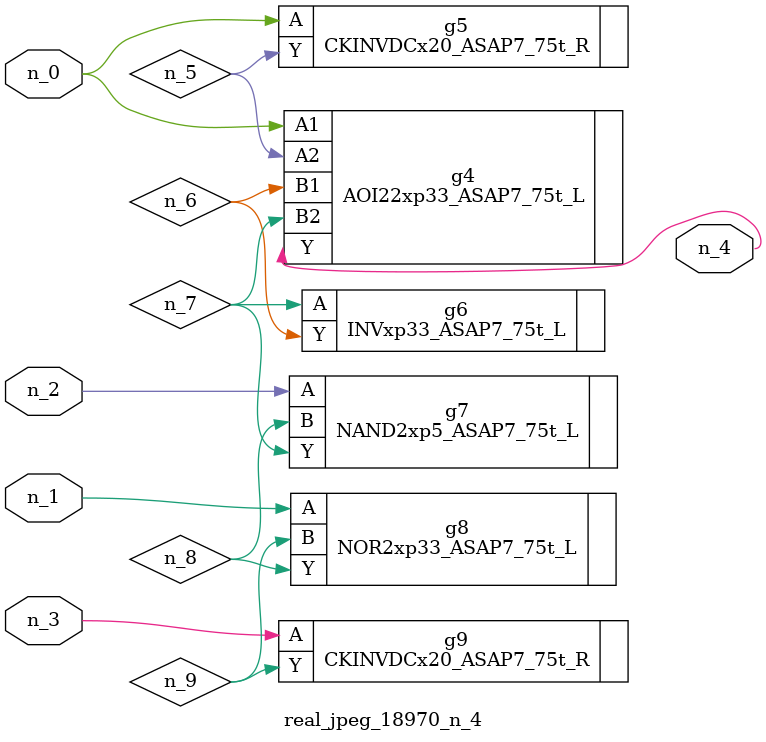
<source format=v>
module real_jpeg_18970_n_4 (n_3, n_1, n_0, n_2, n_4);

input n_3;
input n_1;
input n_0;
input n_2;

output n_4;

wire n_5;
wire n_8;
wire n_6;
wire n_7;
wire n_9;

AOI22xp33_ASAP7_75t_L g4 ( 
.A1(n_0),
.A2(n_5),
.B1(n_6),
.B2(n_7),
.Y(n_4)
);

CKINVDCx20_ASAP7_75t_R g5 ( 
.A(n_0),
.Y(n_5)
);

NOR2xp33_ASAP7_75t_L g8 ( 
.A(n_1),
.B(n_9),
.Y(n_8)
);

NAND2xp5_ASAP7_75t_L g7 ( 
.A(n_2),
.B(n_8),
.Y(n_7)
);

CKINVDCx20_ASAP7_75t_R g9 ( 
.A(n_3),
.Y(n_9)
);

INVxp33_ASAP7_75t_L g6 ( 
.A(n_7),
.Y(n_6)
);


endmodule
</source>
